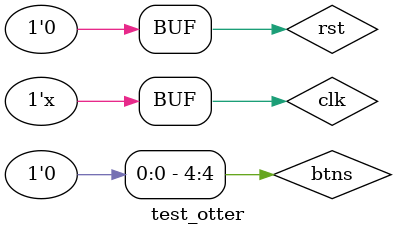
<source format=sv>
`timescale 1ns / 1ps


module test_otter();
    logic clk, rst;
    logic [15:0] leds;
    logic [4:0] btns;
    OTTER_Wrapper DUT (
        .clk        (clk),
        .buttons    (btns),
        .switches   (16'b0), 
        .leds       (leds),
        .segs       (),
        .an         ()
    );


    assign btns[4] = rst;

    always begin
        #5 clk = ~clk; 
    end  


    initial begin
        clk = 0; rst = 0;
    end

endmodule

</source>
